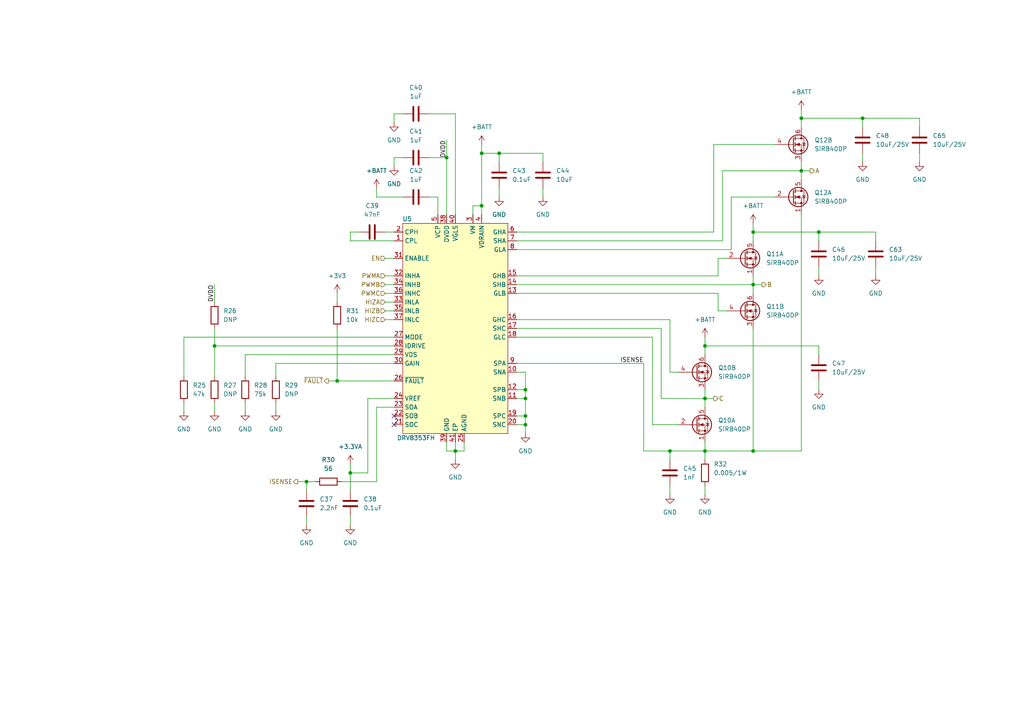
<source format=kicad_sch>
(kicad_sch (version 20210621) (generator eeschema)
  (paper "A4")
  (lib_symbols
    (symbol "Device:C" (pin_numbers hide) (pin_names (offset 0.254))
      (property "Reference" "C" (at 0.635 2.54 0))
      (property "Value" "C" (at 0.635 -2.54 0))
      (symbol "C_0_1"
        (polyline (pts (xy -2.032 -0.762) (xy 2.032 -0.762)) (stroke (width 0.508)))
        (polyline (pts (xy -2.032 0.762) (xy 2.032 0.762)) (stroke (width 0.508)))
      )
      (symbol "C_1_1"
        (pin passive line (at 0 3.81 270) (length 2.794) (name "~") (number "1"))
        (pin passive line (at 0 -3.81 90) (length 2.794) (name "~") (number "2"))
      )
    )
    (symbol "Device:R" (pin_numbers hide) (pin_names (offset 0))
      (property "Reference" "R" (at 2.032 0 90))
      (property "Value" "R" (at 0 0 90))
      (symbol "R_0_1"
        (rectangle (start -1.016 -2.54) (end 1.016 2.54) (stroke (width 0.254)))
      )
      (symbol "R_1_1"
        (pin passive line (at 0 3.81 270) (length 1.27) (name "~") (number "1"))
        (pin passive line (at 0 -3.81 90) (length 1.27) (name "~") (number "2"))
      )
    )
    (symbol "multiesc_symbols:DRV8353FH"
      (property "Reference" "U" (at -13.97 31.75 0))
      (property "Value" "DRV8353FH" (at -11.43 -31.75 0))
      (symbol "DRV8353FH_0_1"
        (rectangle (start -15.24 30.48) (end 15.24 -30.48) (stroke (width 0.1524)) (fill (type background)))
      )
      (symbol "DRV8353FH_1_1"
        (pin passive line (at -17.78 25.4 0) (length 2.54) (name "CPL") (number "1"))
        (pin input line (at 17.78 -12.7 180) (length 2.54) (name "SNA") (number "10"))
        (pin input line (at 17.78 -20.32 180) (length 2.54) (name "SNB") (number "11"))
        (pin input line (at 17.78 -17.78 180) (length 2.54) (name "SPB") (number "12"))
        (pin output line (at 17.78 10.16 180) (length 2.54) (name "GLB") (number "13"))
        (pin input line (at 17.78 12.7 180) (length 2.54) (name "SHB") (number "14"))
        (pin output line (at 17.78 15.24 180) (length 2.54) (name "GHB") (number "15"))
        (pin output line (at 17.78 2.54 180) (length 2.54) (name "GHC") (number "16"))
        (pin input line (at 17.78 0 180) (length 2.54) (name "SHC") (number "17"))
        (pin output line (at 17.78 -2.54 180) (length 2.54) (name "GLC") (number "18"))
        (pin input line (at 17.78 -25.4 180) (length 2.54) (name "SPC") (number "19"))
        (pin passive line (at -17.78 27.94 0) (length 2.54) (name "CPH") (number "2"))
        (pin input line (at 17.78 -27.94 180) (length 2.54) (name "SNC") (number "20"))
        (pin output line (at -17.78 -27.94 0) (length 2.54) (name "SOC") (number "21"))
        (pin output line (at -17.78 -25.4 0) (length 2.54) (name "SOB") (number "22"))
        (pin output line (at -17.78 -22.86 0) (length 2.54) (name "SOA") (number "23"))
        (pin power_in line (at -17.78 -20.32 0) (length 2.54) (name "VREF") (number "24"))
        (pin power_in line (at 2.54 -33.02 90) (length 2.54) (name "AGND") (number "25"))
        (pin open_collector line (at -17.78 -15.24 0) (length 2.54) (name "~{FAULT}") (number "26"))
        (pin input line (at -17.78 -2.54 0) (length 2.54) (name "MODE") (number "27"))
        (pin input line (at -17.78 -5.08 0) (length 2.54) (name "IDRIVE") (number "28"))
        (pin input line (at -17.78 -7.62 0) (length 2.54) (name "VDS") (number "29"))
        (pin power_in line (at 5.08 33.02 270) (length 2.54) (name "VM") (number "3"))
        (pin input line (at -17.78 -10.16 0) (length 2.54) (name "GAIN") (number "30"))
        (pin input line (at -17.78 20.32 0) (length 2.54) (name "ENABLE") (number "31"))
        (pin input line (at -17.78 15.24 0) (length 2.54) (name "INHA") (number "32"))
        (pin input line (at -17.78 7.62 0) (length 2.54) (name "INLA") (number "33"))
        (pin input line (at -17.78 12.7 0) (length 2.54) (name "INHB") (number "34"))
        (pin input line (at -17.78 5.08 0) (length 2.54) (name "INLB") (number "35"))
        (pin input line (at -17.78 10.16 0) (length 2.54) (name "INHC") (number "36"))
        (pin input line (at -17.78 2.54 0) (length 2.54) (name "INLC") (number "37"))
        (pin power_out line (at -2.54 33.02 270) (length 2.54) (name "DVDD") (number "38"))
        (pin power_in line (at -2.54 -33.02 90) (length 2.54) (name "GND") (number "39"))
        (pin input line (at 7.62 33.02 270) (length 2.54) (name "VDRAIN") (number "4"))
        (pin power_out line (at 0 33.02 270) (length 2.54) (name "VGLS") (number "40"))
        (pin power_in line (at 0 -33.02 90) (length 2.54) (name "EP") (number "41"))
        (pin power_out line (at -5.08 33.02 270) (length 2.54) (name "VCP") (number "5"))
        (pin output line (at 17.78 27.94 180) (length 2.54) (name "GHA") (number "6"))
        (pin input line (at 17.78 25.4 180) (length 2.54) (name "SHA") (number "7"))
        (pin output line (at 17.78 22.86 180) (length 2.54) (name "GLA") (number "8"))
        (pin input line (at 17.78 -10.16 180) (length 2.54) (name "SPA") (number "9"))
      )
    )
    (symbol "multiesc_symbols:Q_Dual_NMOS_S1G1S2G2D2D1" (pin_names (offset 0) hide)
      (property "Reference" "Q" (at 6.35 1.27 0))
      (property "Value" "Q_Dual_NMOS_S1G1S2G2D2D1" (at 19.05 -1.27 0))
      (symbol "Q_Dual_NMOS_S1G1S2G2D2D1_0_1"
        (circle (center 1.651 0) (radius 2.794) (stroke (width 0.254)))
        (circle (center 2.54 -1.778) (radius 0.254) (fill (type outline)))
        (circle (center 2.54 1.778) (radius 0.254) (fill (type outline)))
        (polyline (pts (xy 0.254 0) (xy -2.54 0)))
        (polyline (pts (xy 0.254 1.905) (xy 0.254 -1.905)) (stroke (width 0.254)))
        (polyline (pts (xy 0.762 -1.27) (xy 0.762 -2.286)) (stroke (width 0.254)))
        (polyline (pts (xy 0.762 0.508) (xy 0.762 -0.508)) (stroke (width 0.254)))
        (polyline (pts (xy 0.762 2.286) (xy 0.762 1.27)) (stroke (width 0.254)))
        (polyline (pts (xy 2.54 2.54) (xy 2.54 1.778)))
        (polyline (pts (xy 2.54 -2.54) (xy 2.54 0) (xy 0.762 0)))
        (polyline (pts (xy 0.762 -1.778) (xy 3.302 -1.778) (xy 3.302 1.778) (xy 0.762 1.778)))
        (polyline (pts (xy 2.794 0.508) (xy 2.921 0.381) (xy 3.683 0.381) (xy 3.81 0.254)))
        (polyline (pts (xy 3.302 0.381) (xy 2.921 -0.254) (xy 3.683 -0.254) (xy 3.302 0.381)))
        (polyline (pts (xy 1.016 0) (xy 2.032 0.381) (xy 2.032 -0.381) (xy 1.016 0)) (fill (type outline)))
      )
      (symbol "Q_Dual_NMOS_S1G1S2G2D2D1_1_1"
        (pin passive line (at 2.54 -5.08 90) (length 2.54) (name "S") (number "1"))
        (pin input line (at -5.08 0 0) (length 2.54) (name "G") (number "2"))
        (pin passive line (at 2.54 5.08 270) (length 2.54) (name "D") (number "5"))
      )
      (symbol "Q_Dual_NMOS_S1G1S2G2D2D1_2_1"
        (pin passive line (at 2.54 -5.08 90) (length 2.54) (name "S") (number "3"))
        (pin input line (at -5.08 0 0) (length 2.54) (name "G") (number "4"))
        (pin passive line (at 2.54 5.08 270) (length 2.54) (name "D") (number "6"))
      )
    )
    (symbol "power:+3.3V" (power) (pin_names (offset 0))
      (property "Value" "+3.3V" (at 0 3.556 0))
      (symbol "+3.3V_0_1"
        (polyline (pts (xy -0.762 1.27) (xy 0 2.54)))
        (polyline (pts (xy 0 0) (xy 0 2.54)))
        (polyline (pts (xy 0 2.54) (xy 0.762 1.27)))
      )
      (symbol "+3.3V_1_1"
        (pin power_in line (at 0 0 90) (length 0) hide (name "+3V3") (number "1"))
      )
    )
    (symbol "power:+3.3VA" (power) (pin_names (offset 0))
      (property "Value" "+3.3VA" (at 0 3.556 0))
      (symbol "+3.3VA_0_1"
        (polyline (pts (xy -0.762 1.27) (xy 0 2.54)))
        (polyline (pts (xy 0 0) (xy 0 2.54)))
        (polyline (pts (xy 0 2.54) (xy 0.762 1.27)))
      )
      (symbol "+3.3VA_1_1"
        (pin power_in line (at 0 0 90) (length 0) hide (name "+3.3VA") (number "1"))
      )
    )
    (symbol "power:+BATT" (power) (pin_names (offset 0))
      (property "Value" "+BATT" (at 0 3.556 0))
      (symbol "+BATT_0_1"
        (polyline (pts (xy -0.762 1.27) (xy 0 2.54)))
        (polyline (pts (xy 0 0) (xy 0 2.54)))
        (polyline (pts (xy 0 2.54) (xy 0.762 1.27)))
      )
      (symbol "+BATT_1_1"
        (pin power_in line (at 0 0 90) (length 0) hide (name "+BATT") (number "1"))
      )
    )
    (symbol "power:GND" (power) (pin_names (offset 0))
      (property "Value" "GND" (at 0 -3.81 0))
      (symbol "GND_0_1"
        (polyline (pts (xy 0 0) (xy 0 -1.27) (xy 1.27 -1.27) (xy 0 -2.54) (xy -1.27 -1.27) (xy 0 -1.27)))
      )
      (symbol "GND_1_1"
        (pin power_in line (at 0 0 270) (length 0) hide (name "GND") (number "1"))
      )
    )
  )
  (junction (at 62.23 100.33) (diameter 0.9144))
  (junction (at 88.9 139.7) (diameter 0.9144))
  (junction (at 97.79 110.49) (diameter 0.9144))
  (junction (at 101.6 137.16) (diameter 0.9144))
  (junction (at 129.54 45.72) (diameter 0.9144))
  (junction (at 132.08 130.81) (diameter 0.9144))
  (junction (at 139.7 44.45) (diameter 0.9144))
  (junction (at 139.7 59.69) (diameter 0.9144))
  (junction (at 144.78 44.45) (diameter 0.9144))
  (junction (at 152.4 113.03) (diameter 0.9144))
  (junction (at 152.4 115.57) (diameter 0.9144))
  (junction (at 152.4 120.65) (diameter 0.9144))
  (junction (at 152.4 123.19) (diameter 0.9144))
  (junction (at 194.31 130.81) (diameter 0.9144))
  (junction (at 204.47 100.33) (diameter 0.9144))
  (junction (at 204.47 115.57) (diameter 0.9144))
  (junction (at 204.47 130.81) (diameter 0.9144))
  (junction (at 218.44 67.31) (diameter 0.9144))
  (junction (at 218.44 82.55) (diameter 0.9144))
  (junction (at 218.44 130.81) (diameter 0.9144))
  (junction (at 232.41 34.29) (diameter 0.9144))
  (junction (at 232.41 49.53) (diameter 0.9144))
  (junction (at 237.49 67.31) (diameter 0.9144))
  (junction (at 250.19 34.29) (diameter 0.9144))
  (no_connect (at 114.3 120.65))
  (no_connect (at 114.3 123.19))
  (wire (pts (xy 53.34 97.79) (xy 53.34 109.22)))
  (wire (pts (xy 53.34 116.84) (xy 53.34 119.38)))
  (wire (pts (xy 62.23 82.55) (xy 62.23 87.63)))
  (wire (pts (xy 62.23 95.25) (xy 62.23 100.33)))
  (wire (pts (xy 62.23 100.33) (xy 62.23 109.22)))
  (wire (pts (xy 62.23 116.84) (xy 62.23 119.38)))
  (wire (pts (xy 71.12 102.87) (xy 71.12 109.22)))
  (wire (pts (xy 71.12 116.84) (xy 71.12 119.38)))
  (wire (pts (xy 80.01 105.41) (xy 114.3 105.41)))
  (wire (pts (xy 80.01 109.22) (xy 80.01 105.41)))
  (wire (pts (xy 80.01 116.84) (xy 80.01 119.38)))
  (wire (pts (xy 86.36 139.7) (xy 88.9 139.7)))
  (wire (pts (xy 88.9 139.7) (xy 88.9 142.24)))
  (wire (pts (xy 88.9 149.86) (xy 88.9 152.4)))
  (wire (pts (xy 91.44 139.7) (xy 88.9 139.7)))
  (wire (pts (xy 95.25 110.49) (xy 97.79 110.49)))
  (wire (pts (xy 97.79 85.09) (xy 97.79 87.63)))
  (wire (pts (xy 97.79 110.49) (xy 97.79 95.25)))
  (wire (pts (xy 97.79 110.49) (xy 114.3 110.49)))
  (wire (pts (xy 101.6 67.31) (xy 104.14 67.31)))
  (wire (pts (xy 101.6 69.85) (xy 101.6 67.31)))
  (wire (pts (xy 101.6 134.62) (xy 101.6 137.16)))
  (wire (pts (xy 101.6 137.16) (xy 101.6 142.24)))
  (wire (pts (xy 101.6 149.86) (xy 101.6 152.4)))
  (wire (pts (xy 106.68 115.57) (xy 106.68 137.16)))
  (wire (pts (xy 106.68 137.16) (xy 101.6 137.16)))
  (wire (pts (xy 109.22 57.15) (xy 109.22 54.61)))
  (wire (pts (xy 109.22 57.15) (xy 116.84 57.15)))
  (wire (pts (xy 109.22 118.11) (xy 109.22 139.7)))
  (wire (pts (xy 109.22 139.7) (xy 99.06 139.7)))
  (wire (pts (xy 111.76 67.31) (xy 114.3 67.31)))
  (wire (pts (xy 111.76 74.93) (xy 114.3 74.93)))
  (wire (pts (xy 111.76 80.01) (xy 114.3 80.01)))
  (wire (pts (xy 111.76 82.55) (xy 114.3 82.55)))
  (wire (pts (xy 111.76 85.09) (xy 114.3 85.09)))
  (wire (pts (xy 111.76 87.63) (xy 114.3 87.63)))
  (wire (pts (xy 111.76 90.17) (xy 114.3 90.17)))
  (wire (pts (xy 111.76 92.71) (xy 114.3 92.71)))
  (wire (pts (xy 114.3 33.02) (xy 114.3 35.56)))
  (wire (pts (xy 114.3 45.72) (xy 114.3 48.26)))
  (wire (pts (xy 114.3 69.85) (xy 101.6 69.85)))
  (wire (pts (xy 114.3 97.79) (xy 53.34 97.79)))
  (wire (pts (xy 114.3 100.33) (xy 62.23 100.33)))
  (wire (pts (xy 114.3 102.87) (xy 71.12 102.87)))
  (wire (pts (xy 114.3 115.57) (xy 106.68 115.57)))
  (wire (pts (xy 114.3 118.11) (xy 109.22 118.11)))
  (wire (pts (xy 116.84 33.02) (xy 114.3 33.02)))
  (wire (pts (xy 116.84 45.72) (xy 114.3 45.72)))
  (wire (pts (xy 124.46 33.02) (xy 132.08 33.02)))
  (wire (pts (xy 124.46 45.72) (xy 129.54 45.72)))
  (wire (pts (xy 124.46 57.15) (xy 127 57.15)))
  (wire (pts (xy 127 57.15) (xy 127 62.23)))
  (wire (pts (xy 129.54 40.64) (xy 129.54 45.72)))
  (wire (pts (xy 129.54 45.72) (xy 129.54 62.23)))
  (wire (pts (xy 129.54 128.27) (xy 129.54 130.81)))
  (wire (pts (xy 129.54 130.81) (xy 132.08 130.81)))
  (wire (pts (xy 132.08 33.02) (xy 132.08 62.23)))
  (wire (pts (xy 132.08 128.27) (xy 132.08 130.81)))
  (wire (pts (xy 132.08 130.81) (xy 132.08 133.35)))
  (wire (pts (xy 132.08 130.81) (xy 134.62 130.81)))
  (wire (pts (xy 134.62 130.81) (xy 134.62 128.27)))
  (wire (pts (xy 137.16 59.69) (xy 139.7 59.69)))
  (wire (pts (xy 137.16 62.23) (xy 137.16 59.69)))
  (wire (pts (xy 139.7 44.45) (xy 139.7 41.91)))
  (wire (pts (xy 139.7 44.45) (xy 139.7 59.69)))
  (wire (pts (xy 139.7 59.69) (xy 139.7 62.23)))
  (wire (pts (xy 144.78 44.45) (xy 139.7 44.45)))
  (wire (pts (xy 144.78 44.45) (xy 144.78 46.99)))
  (wire (pts (xy 144.78 54.61) (xy 144.78 57.15)))
  (wire (pts (xy 149.86 82.55) (xy 218.44 82.55)))
  (wire (pts (xy 149.86 105.41) (xy 186.69 105.41)))
  (wire (pts (xy 149.86 113.03) (xy 152.4 113.03)))
  (wire (pts (xy 149.86 115.57) (xy 152.4 115.57)))
  (wire (pts (xy 149.86 120.65) (xy 152.4 120.65)))
  (wire (pts (xy 149.86 123.19) (xy 152.4 123.19)))
  (wire (pts (xy 152.4 107.95) (xy 149.86 107.95)))
  (wire (pts (xy 152.4 113.03) (xy 152.4 107.95)))
  (wire (pts (xy 152.4 115.57) (xy 152.4 113.03)))
  (wire (pts (xy 152.4 120.65) (xy 152.4 115.57)))
  (wire (pts (xy 152.4 123.19) (xy 152.4 120.65)))
  (wire (pts (xy 152.4 123.19) (xy 152.4 125.73)))
  (wire (pts (xy 157.48 44.45) (xy 144.78 44.45)))
  (wire (pts (xy 157.48 46.99) (xy 157.48 44.45)))
  (wire (pts (xy 157.48 54.61) (xy 157.48 57.15)))
  (wire (pts (xy 186.69 105.41) (xy 186.69 130.81)))
  (wire (pts (xy 186.69 130.81) (xy 194.31 130.81)))
  (wire (pts (xy 189.23 97.79) (xy 149.86 97.79)))
  (wire (pts (xy 189.23 123.19) (xy 189.23 97.79)))
  (wire (pts (xy 191.77 95.25) (xy 149.86 95.25)))
  (wire (pts (xy 191.77 115.57) (xy 191.77 95.25)))
  (wire (pts (xy 194.31 92.71) (xy 149.86 92.71)))
  (wire (pts (xy 194.31 107.95) (xy 194.31 92.71)))
  (wire (pts (xy 194.31 130.81) (xy 194.31 133.35)))
  (wire (pts (xy 194.31 130.81) (xy 204.47 130.81)))
  (wire (pts (xy 194.31 140.97) (xy 194.31 143.51)))
  (wire (pts (xy 196.85 107.95) (xy 194.31 107.95)))
  (wire (pts (xy 196.85 123.19) (xy 189.23 123.19)))
  (wire (pts (xy 204.47 97.79) (xy 204.47 100.33)))
  (wire (pts (xy 204.47 100.33) (xy 204.47 102.87)))
  (wire (pts (xy 204.47 113.03) (xy 204.47 115.57)))
  (wire (pts (xy 204.47 115.57) (xy 191.77 115.57)))
  (wire (pts (xy 204.47 115.57) (xy 204.47 118.11)))
  (wire (pts (xy 204.47 115.57) (xy 207.01 115.57)))
  (wire (pts (xy 204.47 128.27) (xy 204.47 130.81)))
  (wire (pts (xy 204.47 130.81) (xy 204.47 133.35)))
  (wire (pts (xy 204.47 140.97) (xy 204.47 143.51)))
  (wire (pts (xy 207.01 41.91) (xy 207.01 67.31)))
  (wire (pts (xy 207.01 67.31) (xy 149.86 67.31)))
  (wire (pts (xy 208.28 74.93) (xy 208.28 80.01)))
  (wire (pts (xy 208.28 80.01) (xy 149.86 80.01)))
  (wire (pts (xy 208.28 85.09) (xy 149.86 85.09)))
  (wire (pts (xy 208.28 90.17) (xy 208.28 85.09)))
  (wire (pts (xy 209.55 49.53) (xy 209.55 69.85)))
  (wire (pts (xy 209.55 69.85) (xy 149.86 69.85)))
  (wire (pts (xy 210.82 74.93) (xy 208.28 74.93)))
  (wire (pts (xy 210.82 90.17) (xy 208.28 90.17)))
  (wire (pts (xy 212.09 57.15) (xy 212.09 72.39)))
  (wire (pts (xy 212.09 72.39) (xy 149.86 72.39)))
  (wire (pts (xy 218.44 64.77) (xy 218.44 67.31)))
  (wire (pts (xy 218.44 67.31) (xy 218.44 69.85)))
  (wire (pts (xy 218.44 80.01) (xy 218.44 82.55)))
  (wire (pts (xy 218.44 82.55) (xy 218.44 85.09)))
  (wire (pts (xy 218.44 82.55) (xy 220.98 82.55)))
  (wire (pts (xy 218.44 95.25) (xy 218.44 130.81)))
  (wire (pts (xy 218.44 130.81) (xy 204.47 130.81)))
  (wire (pts (xy 224.79 41.91) (xy 207.01 41.91)))
  (wire (pts (xy 224.79 57.15) (xy 212.09 57.15)))
  (wire (pts (xy 232.41 31.75) (xy 232.41 34.29)))
  (wire (pts (xy 232.41 34.29) (xy 232.41 36.83)))
  (wire (pts (xy 232.41 46.99) (xy 232.41 49.53)))
  (wire (pts (xy 232.41 49.53) (xy 209.55 49.53)))
  (wire (pts (xy 232.41 49.53) (xy 232.41 52.07)))
  (wire (pts (xy 232.41 49.53) (xy 234.95 49.53)))
  (wire (pts (xy 232.41 62.23) (xy 232.41 130.81)))
  (wire (pts (xy 232.41 130.81) (xy 218.44 130.81)))
  (wire (pts (xy 237.49 67.31) (xy 218.44 67.31)))
  (wire (pts (xy 237.49 69.85) (xy 237.49 67.31)))
  (wire (pts (xy 237.49 77.47) (xy 237.49 80.01)))
  (wire (pts (xy 237.49 100.33) (xy 204.47 100.33)))
  (wire (pts (xy 237.49 102.87) (xy 237.49 100.33)))
  (wire (pts (xy 237.49 110.49) (xy 237.49 113.03)))
  (wire (pts (xy 250.19 34.29) (xy 232.41 34.29)))
  (wire (pts (xy 250.19 36.83) (xy 250.19 34.29)))
  (wire (pts (xy 250.19 44.45) (xy 250.19 46.99)))
  (wire (pts (xy 254 67.31) (xy 237.49 67.31)))
  (wire (pts (xy 254 69.85) (xy 254 67.31)))
  (wire (pts (xy 254 77.47) (xy 254 80.01)))
  (wire (pts (xy 266.7 34.29) (xy 250.19 34.29)))
  (wire (pts (xy 266.7 36.83) (xy 266.7 34.29)))
  (wire (pts (xy 266.7 44.45) (xy 266.7 46.99)))
  (label "DVDD" (at 62.23 82.55 270))
  (label "DVDD" (at 129.54 40.64 270))
  (label "ISENSE" (at 186.69 105.41 180))
  (hierarchical_label "ISENSE" (shape output) (at 86.36 139.7 180))
  (hierarchical_label "~{FAULT}" (shape output) (at 95.25 110.49 180))
  (hierarchical_label "EN" (shape input) (at 111.76 74.93 180))
  (hierarchical_label "PWMA" (shape input) (at 111.76 80.01 180))
  (hierarchical_label "PWMB" (shape input) (at 111.76 82.55 180))
  (hierarchical_label "PWMC" (shape input) (at 111.76 85.09 180))
  (hierarchical_label "HIZA" (shape input) (at 111.76 87.63 180))
  (hierarchical_label "HIZB" (shape input) (at 111.76 90.17 180))
  (hierarchical_label "HIZC" (shape input) (at 111.76 92.71 180))
  (hierarchical_label "C" (shape output) (at 207.01 115.57 0))
  (hierarchical_label "B" (shape output) (at 220.98 82.55 0))
  (hierarchical_label "A" (shape output) (at 234.95 49.53 0))
  (symbol (lib_id "power:+3.3V") (at 97.79 85.09 0) (unit 1)
    (property "Reference" "#PWR0220" (effects hide))
    (property "Value" "+3.3V" (at 97.79 80.01 0))
  )
  (symbol (lib_id "power:+3.3VA") (at 101.6 134.62 0) (unit 1)
    (property "Reference" "#PWR0208" (effects hide))
    (property "Value" "+3.3VA" (at 101.6 129.54 0))
  )
  (symbol (lib_id "power:+BATT") (at 109.22 54.61 0) (unit 1)
    (property "Reference" "#PWR0172" (effects hide))
    (property "Value" "+BATT" (at 109.22 49.53 0))
  )
  (symbol (lib_id "power:+BATT") (at 139.7 41.91 0) (unit 1)
    (property "Reference" "#PWR0177" (effects hide))
    (property "Value" "+BATT" (at 139.7 36.83 0))
  )
  (symbol (lib_id "power:+BATT") (at 204.47 97.79 0) (unit 1)
    (property "Reference" "#PWR0180" (effects hide))
    (property "Value" "+BATT" (at 204.47 92.71 0))
  )
  (symbol (lib_id "power:+BATT") (at 218.44 64.77 0) (unit 1)
    (property "Reference" "#PWR0181" (effects hide))
    (property "Value" "+BATT" (at 218.44 59.69 0))
  )
  (symbol (lib_id "power:+BATT") (at 232.41 31.75 0) (unit 1)
    (property "Reference" "#PWR0183" (effects hide))
    (property "Value" "+BATT" (at 232.41 26.67 0))
  )
  (symbol (lib_id "power:GND") (at 53.34 119.38 0) (unit 1)
    (property "Reference" "#PWR0166" (effects hide))
    (property "Value" "GND" (at 53.34 124.46 0))
  )
  (symbol (lib_id "power:GND") (at 62.23 119.38 0) (unit 1)
    (property "Reference" "#PWR0185" (effects hide))
    (property "Value" "GND" (at 62.23 124.46 0))
  )
  (symbol (lib_id "power:GND") (at 71.12 119.38 0) (unit 1)
    (property "Reference" "#PWR0184" (effects hide))
    (property "Value" "GND" (at 71.12 124.46 0))
  )
  (symbol (lib_id "power:GND") (at 80.01 119.38 0) (unit 1)
    (property "Reference" "#PWR0186" (effects hide))
    (property "Value" "GND" (at 80.01 124.46 0))
  )
  (symbol (lib_id "power:GND") (at 88.9 152.4 0) (unit 1)
    (property "Reference" "#PWR0188" (effects hide))
    (property "Value" "GND" (at 88.9 157.48 0))
  )
  (symbol (lib_id "power:GND") (at 101.6 152.4 0) (unit 1)
    (property "Reference" "#PWR0189" (effects hide))
    (property "Value" "GND" (at 101.6 157.48 0))
  )
  (symbol (lib_id "power:GND") (at 114.3 35.56 0) (unit 1)
    (property "Reference" "#PWR0173" (effects hide))
    (property "Value" "GND" (at 114.3 40.64 0))
  )
  (symbol (lib_id "power:GND") (at 114.3 48.26 0) (unit 1)
    (property "Reference" "#PWR0171" (effects hide))
    (property "Value" "GND" (at 114.3 53.34 0))
  )
  (symbol (lib_id "power:GND") (at 132.08 133.35 0) (unit 1)
    (property "Reference" "#PWR0174" (effects hide))
    (property "Value" "GND" (at 132.08 138.43 0))
  )
  (symbol (lib_id "power:GND") (at 144.78 57.15 0) (unit 1)
    (property "Reference" "#PWR0176" (effects hide))
    (property "Value" "GND" (at 144.78 62.23 0))
  )
  (symbol (lib_id "power:GND") (at 152.4 125.73 0) (unit 1)
    (property "Reference" "#PWR0175" (effects hide))
    (property "Value" "GND" (at 152.4 130.81 0))
  )
  (symbol (lib_id "power:GND") (at 157.48 57.15 0) (unit 1)
    (property "Reference" "#PWR0178" (effects hide))
    (property "Value" "GND" (at 157.48 62.23 0))
  )
  (symbol (lib_id "power:GND") (at 194.31 143.51 0) (unit 1)
    (property "Reference" "#PWR0167" (effects hide))
    (property "Value" "GND" (at 194.31 148.59 0))
  )
  (symbol (lib_id "power:GND") (at 204.47 143.51 0) (unit 1)
    (property "Reference" "#PWR0170" (effects hide))
    (property "Value" "GND" (at 204.47 148.59 0))
  )
  (symbol (lib_id "power:GND") (at 237.49 80.01 0) (unit 1)
    (property "Reference" "#PWR0169" (effects hide))
    (property "Value" "GND" (at 237.49 85.09 0))
  )
  (symbol (lib_id "power:GND") (at 237.49 113.03 0) (unit 1)
    (property "Reference" "#PWR0168" (effects hide))
    (property "Value" "GND" (at 237.49 118.11 0))
  )
  (symbol (lib_id "power:GND") (at 250.19 46.99 0) (unit 1)
    (property "Reference" "#PWR0182" (effects hide))
    (property "Value" "GND" (at 250.19 52.07 0))
  )
  (symbol (lib_id "power:GND") (at 254 80.01 0) (unit 1)
    (property "Reference" "#PWR0221" (effects hide))
    (property "Value" "GND" (at 254 85.09 0))
  )
  (symbol (lib_id "power:GND") (at 266.7 46.99 0) (unit 1)
    (property "Reference" "#PWR0223" (effects hide))
    (property "Value" "GND" (at 266.7 52.07 0))
  )
  (symbol (lib_id "Device:R") (at 53.34 113.03 180) (unit 1)
    (property "Reference" "R25" (at 55.88 111.7599 0) (effects (justify right)))
    (property "Value" "47k" (at 55.88 114.2999 0) (effects (justify right)))
    (property "Footprint" "Resistor_SMD:R_0402_1005Metric" (effects hide))
  )
  (symbol (lib_id "Device:R") (at 62.23 91.44 180) (unit 1)
    (property "Reference" "R26" (at 64.77 90.1699 0) (effects (justify right)))
    (property "Value" "DNP" (at 64.77 92.7099 0) (effects (justify right)))
    (property "Footprint" "Resistor_SMD:R_0402_1005Metric" (effects hide))
  )
  (symbol (lib_id "Device:R") (at 62.23 113.03 180) (unit 1)
    (property "Reference" "R27" (at 64.77 111.7599 0) (effects (justify right)))
    (property "Value" "DNP" (at 64.77 114.2999 0) (effects (justify right)))
    (property "Footprint" "Resistor_SMD:R_0402_1005Metric" (effects hide))
  )
  (symbol (lib_id "Device:R") (at 71.12 113.03 180) (unit 1)
    (property "Reference" "R28" (at 73.66 111.7599 0) (effects (justify right)))
    (property "Value" "75k" (at 73.66 114.2999 0) (effects (justify right)))
    (property "Footprint" "Resistor_SMD:R_0402_1005Metric" (effects hide))
  )
  (symbol (lib_id "Device:R") (at 80.01 113.03 180) (unit 1)
    (property "Reference" "R29" (at 82.55 111.7599 0) (effects (justify right)))
    (property "Value" "DNP" (at 82.55 114.2999 0) (effects (justify right)))
    (property "Footprint" "Resistor_SMD:R_0402_1005Metric" (effects hide))
  )
  (symbol (lib_id "Device:R") (at 95.25 139.7 90) (unit 1)
    (property "Reference" "R30" (at 95.25 133.35 90))
    (property "Value" "56" (at 95.25 135.89 90))
    (property "Footprint" "Resistor_SMD:R_0402_1005Metric" (effects hide))
  )
  (symbol (lib_id "Device:R") (at 97.79 91.44 180) (unit 1)
    (property "Reference" "R31" (at 100.33 90.1699 0) (effects (justify right)))
    (property "Value" "10k" (at 100.33 92.7099 0) (effects (justify right)))
    (property "Footprint" "Resistor_SMD:R_0402_1005Metric" (effects hide))
  )
  (symbol (lib_id "Device:R") (at 204.47 137.16 0) (unit 1)
    (property "Reference" "R32" (at 207.01 134.6199 0) (effects (justify left)))
    (property "Value" "0.005{slash}1W" (at 207.01 137.1599 0) (effects (justify left)))
    (property "Footprint" "Resistor_SMD:R_0612_1632Metric" (effects hide))
  )
  (symbol (lib_id "Device:C") (at 88.9 146.05 180) (unit 1)
    (property "Reference" "C37" (at 92.71 144.7799 0) (effects (justify right)))
    (property "Value" "2.2nF" (at 92.71 147.3199 0) (effects (justify right)))
    (property "Footprint" "Capacitor_SMD:C_0402_1005Metric" (effects hide))
  )
  (symbol (lib_id "Device:C") (at 101.6 146.05 180) (unit 1)
    (property "Reference" "C38" (at 105.41 144.7799 0) (effects (justify right)))
    (property "Value" "0.1uF" (at 105.41 147.3199 0) (effects (justify right)))
    (property "Footprint" "Capacitor_SMD:C_0402_1005Metric" (effects hide))
    (property "Digikey" "1276-6720-1-ND" (effects hide))
  )
  (symbol (lib_id "Device:C") (at 107.95 67.31 90) (unit 1)
    (property "Reference" "C39" (at 107.95 59.69 90))
    (property "Value" "47nF" (at 107.95 62.23 90))
    (property "Footprint" "Capacitor_SMD:C_0402_1005Metric" (effects hide))
    (property "Digikey" "587-1225-1-ND" (effects hide))
  )
  (symbol (lib_id "Device:C") (at 120.65 33.02 270) (unit 1)
    (property "Reference" "C40" (at 120.65 25.4 90))
    (property "Value" "1uF" (at 120.65 27.94 90))
    (property "Footprint" "Capacitor_SMD:C_0603_1608Metric" (effects hide))
    (property "Digikey" "1276-1184-1-ND" (effects hide))
  )
  (symbol (lib_id "Device:C") (at 120.65 45.72 270) (unit 1)
    (property "Reference" "C41" (at 120.65 38.1 90))
    (property "Value" "1uF" (at 120.65 40.64 90))
    (property "Footprint" "Capacitor_SMD:C_0603_1608Metric" (effects hide))
    (property "Digikey" "1276-1184-1-ND" (effects hide))
  )
  (symbol (lib_id "Device:C") (at 120.65 57.15 270) (unit 1)
    (property "Reference" "C42" (at 120.65 49.53 90))
    (property "Value" "1uF" (at 120.65 52.07 90))
    (property "Footprint" "Capacitor_SMD:C_0603_1608Metric" (effects hide))
    (property "Digikey" "1276-1184-1-ND" (effects hide))
  )
  (symbol (lib_id "Device:C") (at 144.78 50.8 180) (unit 1)
    (property "Reference" "C43" (at 148.59 49.5299 0) (effects (justify right)))
    (property "Value" "0.1uF" (at 148.59 52.0699 0) (effects (justify right)))
    (property "Footprint" "Capacitor_SMD:C_0402_1005Metric" (effects hide))
    (property "Digikey" "1276-6720-1-ND" (effects hide))
  )
  (symbol (lib_id "Device:C") (at 157.48 50.8 180) (unit 1)
    (property "Reference" "C44" (at 161.29 49.5299 0) (effects (justify right)))
    (property "Value" "10uF" (at 161.29 52.0699 0) (effects (justify right)))
    (property "Footprint" "Capacitor_SMD:C_0805_2012Metric" (effects hide))
  )
  (symbol (lib_id "Device:C") (at 194.31 137.16 180) (unit 1)
    (property "Reference" "C45" (at 198.12 135.8899 0) (effects (justify right)))
    (property "Value" "1nF" (at 198.12 138.4299 0) (effects (justify right)))
    (property "Footprint" "Resistor_SMD:R_0402_1005Metric" (effects hide))
    (property "Digikey" "732-7556-1-ND" (effects hide))
  )
  (symbol (lib_id "Device:C") (at 237.49 73.66 0) (unit 1)
    (property "Reference" "C46" (at 241.3 72.3899 0) (effects (justify left)))
    (property "Value" "10uF{slash}25V" (at 241.3 74.9299 0) (effects (justify left)))
    (property "Footprint" "Capacitor_SMD:C_0805_2012Metric" (effects hide))
  )
  (symbol (lib_id "Device:C") (at 237.49 106.68 0) (unit 1)
    (property "Reference" "C47" (at 241.3 105.4099 0) (effects (justify left)))
    (property "Value" "10uF{slash}25V" (at 241.3 107.9499 0) (effects (justify left)))
    (property "Footprint" "Capacitor_SMD:C_0805_2012Metric" (effects hide))
  )
  (symbol (lib_id "Device:C") (at 250.19 40.64 0) (unit 1)
    (property "Reference" "C48" (at 254 39.3699 0) (effects (justify left)))
    (property "Value" "10uF{slash}25V" (at 254 41.9099 0) (effects (justify left)))
    (property "Footprint" "Capacitor_SMD:C_0805_2012Metric" (effects hide))
  )
  (symbol (lib_id "Device:C") (at 254 73.66 0) (unit 1)
    (property "Reference" "C63" (at 257.81 72.3899 0) (effects (justify left)))
    (property "Value" "10uF{slash}25V" (at 257.81 74.9299 0) (effects (justify left)))
    (property "Footprint" "Capacitor_SMD:C_0805_2012Metric" (effects hide))
  )
  (symbol (lib_id "Device:C") (at 266.7 40.64 0) (unit 1)
    (property "Reference" "C65" (at 270.51 39.3699 0) (effects (justify left)))
    (property "Value" "10uF{slash}25V" (at 270.51 41.9099 0) (effects (justify left)))
    (property "Footprint" "Capacitor_SMD:C_0805_2012Metric" (effects hide))
  )
  (symbol (lib_id "multiesc_symbols:Q_Dual_NMOS_S1G1S2G2D2D1") (at 201.93 107.95 0) (unit 2)
    (property "Reference" "Q10" (at 208.28 106.6799 0) (effects (justify left)))
    (property "Value" "SiRB40DP" (at 208.28 109.2199 0) (effects (justify left)))
    (property "Footprint" "Package_SO:PowerPAK_SO-8_Dual" (effects hide))
  )
  (symbol (lib_id "multiesc_symbols:Q_Dual_NMOS_S1G1S2G2D2D1") (at 201.93 123.19 0) (unit 1)
    (property "Reference" "Q10" (at 208.28 121.9199 0) (effects (justify left)))
    (property "Value" "SiRB40DP" (at 208.28 124.4599 0) (effects (justify left)))
    (property "Footprint" "Package_SO:PowerPAK_SO-8_Dual" (effects hide))
  )
  (symbol (lib_id "multiesc_symbols:Q_Dual_NMOS_S1G1S2G2D2D1") (at 215.9 74.93 0) (unit 1)
    (property "Reference" "Q11" (at 222.25 73.6599 0) (effects (justify left)))
    (property "Value" "SiRB40DP" (at 222.25 76.1999 0) (effects (justify left)))
    (property "Footprint" "Package_SO:PowerPAK_SO-8_Dual" (effects hide))
  )
  (symbol (lib_id "multiesc_symbols:Q_Dual_NMOS_S1G1S2G2D2D1") (at 215.9 90.17 0) (unit 2)
    (property "Reference" "Q11" (at 222.25 88.8999 0) (effects (justify left)))
    (property "Value" "SiRB40DP" (at 222.25 91.4399 0) (effects (justify left)))
    (property "Footprint" "Package_SO:PowerPAK_SO-8_Dual" (effects hide))
  )
  (symbol (lib_id "multiesc_symbols:Q_Dual_NMOS_S1G1S2G2D2D1") (at 229.87 41.91 0) (unit 2)
    (property "Reference" "Q12" (at 236.22 40.6399 0) (effects (justify left)))
    (property "Value" "SiRB40DP" (at 236.22 43.1799 0) (effects (justify left)))
    (property "Footprint" "Package_SO:PowerPAK_SO-8_Dual" (effects hide))
  )
  (symbol (lib_id "multiesc_symbols:Q_Dual_NMOS_S1G1S2G2D2D1") (at 229.87 57.15 0) (unit 1)
    (property "Reference" "Q12" (at 236.22 55.8799 0) (effects (justify left)))
    (property "Value" "SiRB40DP" (at 236.22 58.4199 0) (effects (justify left)))
    (property "Footprint" "Package_SO:PowerPAK_SO-8_Dual" (effects hide))
  )
  (symbol (lib_id "multiesc_symbols:DRV8353FH") (at 132.08 95.25 0) (unit 1)
    (property "Reference" "U5" (at 118.11 63.5 0))
    (property "Value" "DRV8353FH" (at 120.65 127 0))
    (property "Footprint" "Package_DFN_QFN:Texas_S-PVQFN-N40_EP4.15x4.15mm" (effects hide))
    (property "Datasheet" "https://www.ti.com/lit/ds/symlink/drv8353f.pdf" (effects hide))
  )
)
</source>
